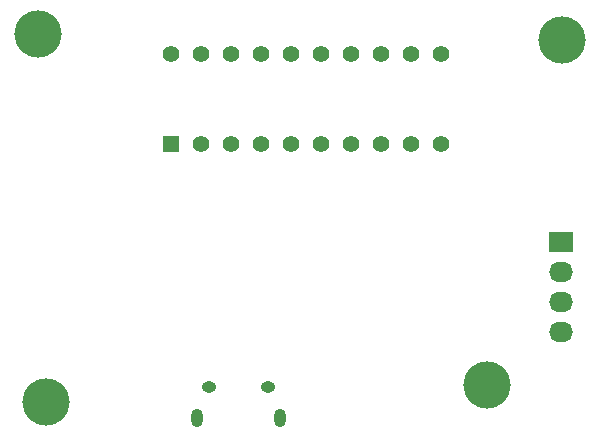
<source format=gbr>
G04 #@! TF.FileFunction,Soldermask,Bot*
%FSLAX46Y46*%
G04 Gerber Fmt 4.6, Leading zero omitted, Abs format (unit mm)*
G04 Created by KiCad (PCBNEW (2015-07-31 BZR 6030)-product) date Sat Sep 12 09:45:30 2015*
%MOMM*%
G01*
G04 APERTURE LIST*
%ADD10C,0.100000*%
%ADD11C,4.000000*%
%ADD12O,1.250000X0.950000*%
%ADD13O,1.000000X1.550000*%
%ADD14R,2.032000X1.727200*%
%ADD15O,2.032000X1.727200*%
%ADD16R,1.397000X1.397000*%
%ADD17C,1.397000*%
G04 APERTURE END LIST*
D10*
D11*
X169077600Y-118454000D03*
X175427600Y-89244000D03*
X131028400Y-88786800D03*
D12*
X145525600Y-118606400D03*
X150525600Y-118606400D03*
D13*
X144525600Y-121306400D03*
X151525600Y-121306400D03*
D14*
X175300600Y-106389000D03*
D15*
X175300600Y-108929000D03*
X175300600Y-111469000D03*
X175300600Y-114009000D03*
D16*
X142255200Y-98083200D03*
D17*
X144795200Y-98083200D03*
X147335200Y-98083200D03*
X149875200Y-98083200D03*
X152415200Y-98083200D03*
X154955200Y-98083200D03*
X157495200Y-98083200D03*
X160035200Y-98083200D03*
X162575200Y-98083200D03*
X165115200Y-98083200D03*
X165115200Y-90463200D03*
X162575200Y-90463200D03*
X160035200Y-90463200D03*
X157495200Y-90463200D03*
X154955200Y-90463200D03*
X152415200Y-90463200D03*
X149875200Y-90463200D03*
X147335200Y-90463200D03*
X144795200Y-90463200D03*
X142255200Y-90463200D03*
D11*
X131739600Y-119876400D03*
M02*

</source>
